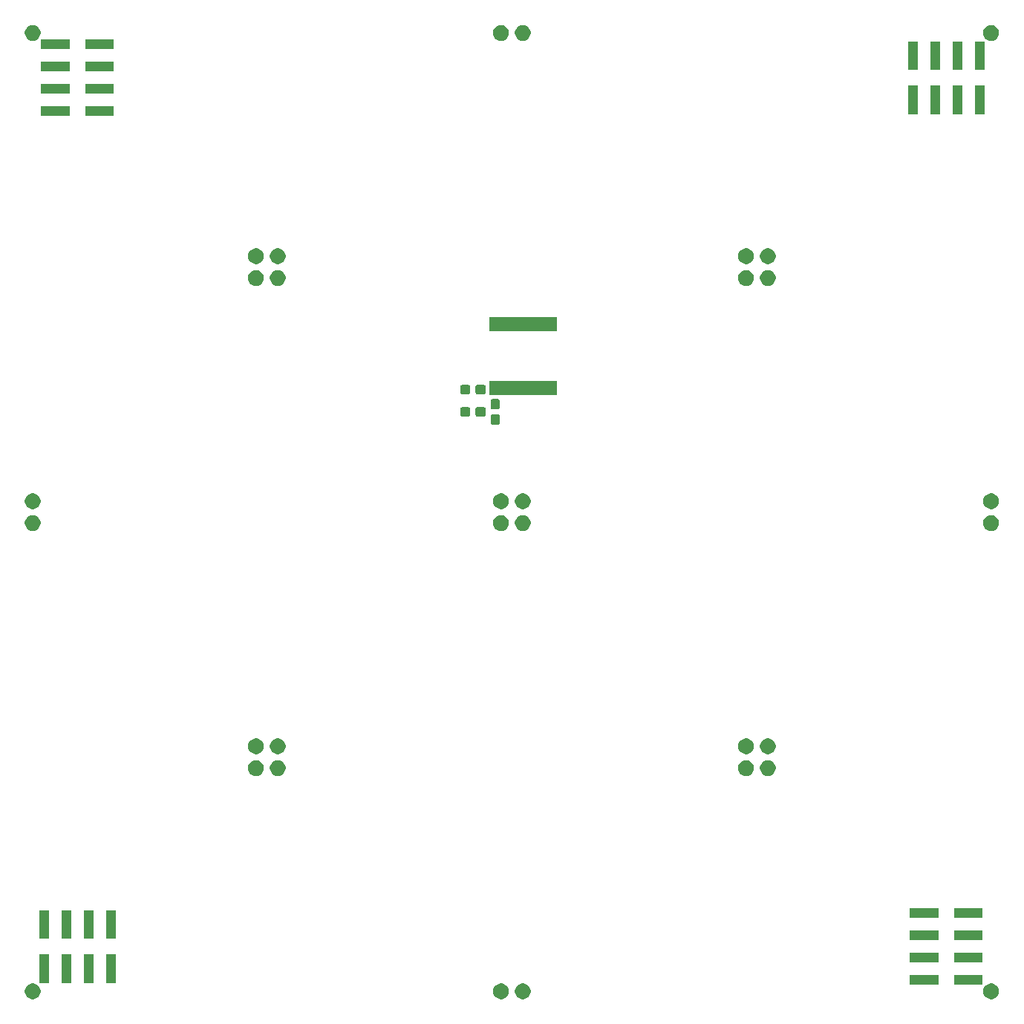
<source format=gbr>
G04 #@! TF.GenerationSoftware,KiCad,Pcbnew,(5.1.5)-3*
G04 #@! TF.CreationDate,2021-04-02T02:22:22+08:00*
G04 #@! TF.ProjectId,FilamentLEDWall,46696c61-6d65-46e7-944c-454457616c6c,rev?*
G04 #@! TF.SameCoordinates,Original*
G04 #@! TF.FileFunction,Soldermask,Bot*
G04 #@! TF.FilePolarity,Negative*
%FSLAX46Y46*%
G04 Gerber Fmt 4.6, Leading zero omitted, Abs format (unit mm)*
G04 Created by KiCad (PCBNEW (5.1.5)-3) date 2021-04-02 02:22:22*
%MOMM*%
%LPD*%
G04 APERTURE LIST*
%ADD10C,0.100000*%
G04 APERTURE END LIST*
D10*
G36*
X114220442Y-134842508D02*
G01*
X114384232Y-134910352D01*
X114531639Y-135008846D01*
X114656998Y-135134205D01*
X114755492Y-135281612D01*
X114823336Y-135445402D01*
X114857922Y-135619280D01*
X114857922Y-135796564D01*
X114823336Y-135970442D01*
X114755492Y-136134232D01*
X114656998Y-136281639D01*
X114531639Y-136406998D01*
X114384232Y-136505492D01*
X114384231Y-136505493D01*
X114384230Y-136505493D01*
X114220442Y-136573336D01*
X114046566Y-136607922D01*
X113869278Y-136607922D01*
X113695402Y-136573336D01*
X113531614Y-136505493D01*
X113531613Y-136505493D01*
X113531612Y-136505492D01*
X113384205Y-136406998D01*
X113258846Y-136281639D01*
X113160352Y-136134232D01*
X113092508Y-135970442D01*
X113057922Y-135796564D01*
X113057922Y-135619280D01*
X113092508Y-135445402D01*
X113160352Y-135281612D01*
X113258846Y-135134205D01*
X113384205Y-135008846D01*
X113531612Y-134910352D01*
X113695402Y-134842508D01*
X113869278Y-134807922D01*
X114046566Y-134807922D01*
X114220442Y-134842508D01*
G37*
G36*
X170100442Y-134842508D02*
G01*
X170264232Y-134910352D01*
X170411639Y-135008846D01*
X170536998Y-135134205D01*
X170635492Y-135281612D01*
X170703336Y-135445402D01*
X170737922Y-135619280D01*
X170737922Y-135796564D01*
X170703336Y-135970442D01*
X170635492Y-136134232D01*
X170536998Y-136281639D01*
X170411639Y-136406998D01*
X170264232Y-136505492D01*
X170264231Y-136505493D01*
X170264230Y-136505493D01*
X170100442Y-136573336D01*
X169926566Y-136607922D01*
X169749278Y-136607922D01*
X169575402Y-136573336D01*
X169411614Y-136505493D01*
X169411613Y-136505493D01*
X169411612Y-136505492D01*
X169264205Y-136406998D01*
X169138846Y-136281639D01*
X169040352Y-136134232D01*
X168972508Y-135970442D01*
X168937922Y-135796564D01*
X168937922Y-135619280D01*
X168972508Y-135445402D01*
X169040352Y-135281612D01*
X169138846Y-135134205D01*
X169264205Y-135008846D01*
X169411612Y-134910352D01*
X169575402Y-134842508D01*
X169749278Y-134807922D01*
X169926566Y-134807922D01*
X170100442Y-134842508D01*
G37*
G36*
X60824598Y-134842508D02*
G01*
X60988388Y-134910352D01*
X61135795Y-135008846D01*
X61261154Y-135134205D01*
X61359648Y-135281612D01*
X61427492Y-135445402D01*
X61462078Y-135619280D01*
X61462078Y-135796564D01*
X61427492Y-135970442D01*
X61359648Y-136134232D01*
X61261154Y-136281639D01*
X61135795Y-136406998D01*
X60988388Y-136505492D01*
X60988387Y-136505493D01*
X60988386Y-136505493D01*
X60824598Y-136573336D01*
X60650722Y-136607922D01*
X60473434Y-136607922D01*
X60299558Y-136573336D01*
X60135770Y-136505493D01*
X60135769Y-136505493D01*
X60135768Y-136505492D01*
X59988361Y-136406998D01*
X59863002Y-136281639D01*
X59764508Y-136134232D01*
X59696664Y-135970442D01*
X59662078Y-135796564D01*
X59662078Y-135619280D01*
X59696664Y-135445402D01*
X59764508Y-135281612D01*
X59863002Y-135134205D01*
X59988361Y-135008846D01*
X60135768Y-134910352D01*
X60299558Y-134842508D01*
X60473434Y-134807922D01*
X60650722Y-134807922D01*
X60824598Y-134842508D01*
G37*
G36*
X116704598Y-134842508D02*
G01*
X116868388Y-134910352D01*
X117015795Y-135008846D01*
X117141154Y-135134205D01*
X117239648Y-135281612D01*
X117307492Y-135445402D01*
X117342078Y-135619280D01*
X117342078Y-135796564D01*
X117307492Y-135970442D01*
X117239648Y-136134232D01*
X117141154Y-136281639D01*
X117015795Y-136406998D01*
X116868388Y-136505492D01*
X116868387Y-136505493D01*
X116868386Y-136505493D01*
X116704598Y-136573336D01*
X116530722Y-136607922D01*
X116353434Y-136607922D01*
X116179558Y-136573336D01*
X116015770Y-136505493D01*
X116015769Y-136505493D01*
X116015768Y-136505492D01*
X115868361Y-136406998D01*
X115743002Y-136281639D01*
X115644508Y-136134232D01*
X115576664Y-135970442D01*
X115542078Y-135796564D01*
X115542078Y-135619280D01*
X115576664Y-135445402D01*
X115644508Y-135281612D01*
X115743002Y-135134205D01*
X115868361Y-135008846D01*
X116015768Y-134910352D01*
X116179558Y-134842508D01*
X116353434Y-134807922D01*
X116530722Y-134807922D01*
X116704598Y-134842508D01*
G37*
G36*
X168880000Y-134960000D02*
G01*
X165630000Y-134960000D01*
X165630000Y-133860000D01*
X168880000Y-133860000D01*
X168880000Y-134960000D01*
G37*
G36*
X163830000Y-134960000D02*
G01*
X160580000Y-134960000D01*
X160580000Y-133860000D01*
X163830000Y-133860000D01*
X163830000Y-134960000D01*
G37*
G36*
X70030000Y-134750000D02*
G01*
X68930000Y-134750000D01*
X68930000Y-131500000D01*
X70030000Y-131500000D01*
X70030000Y-134750000D01*
G37*
G36*
X64950000Y-134750000D02*
G01*
X63850000Y-134750000D01*
X63850000Y-131500000D01*
X64950000Y-131500000D01*
X64950000Y-134750000D01*
G37*
G36*
X67490000Y-134750000D02*
G01*
X66390000Y-134750000D01*
X66390000Y-131500000D01*
X67490000Y-131500000D01*
X67490000Y-134750000D01*
G37*
G36*
X62410000Y-134750000D02*
G01*
X61310000Y-134750000D01*
X61310000Y-131500000D01*
X62410000Y-131500000D01*
X62410000Y-134750000D01*
G37*
G36*
X168880000Y-132420000D02*
G01*
X165630000Y-132420000D01*
X165630000Y-131320000D01*
X168880000Y-131320000D01*
X168880000Y-132420000D01*
G37*
G36*
X163830000Y-132420000D02*
G01*
X160580000Y-132420000D01*
X160580000Y-131320000D01*
X163830000Y-131320000D01*
X163830000Y-132420000D01*
G37*
G36*
X163830000Y-129880000D02*
G01*
X160580000Y-129880000D01*
X160580000Y-128780000D01*
X163830000Y-128780000D01*
X163830000Y-129880000D01*
G37*
G36*
X168880000Y-129880000D02*
G01*
X165630000Y-129880000D01*
X165630000Y-128780000D01*
X168880000Y-128780000D01*
X168880000Y-129880000D01*
G37*
G36*
X67490000Y-129700000D02*
G01*
X66390000Y-129700000D01*
X66390000Y-126450000D01*
X67490000Y-126450000D01*
X67490000Y-129700000D01*
G37*
G36*
X70030000Y-129700000D02*
G01*
X68930000Y-129700000D01*
X68930000Y-126450000D01*
X70030000Y-126450000D01*
X70030000Y-129700000D01*
G37*
G36*
X64950000Y-129700000D02*
G01*
X63850000Y-129700000D01*
X63850000Y-126450000D01*
X64950000Y-126450000D01*
X64950000Y-129700000D01*
G37*
G36*
X62410000Y-129700000D02*
G01*
X61310000Y-129700000D01*
X61310000Y-126450000D01*
X62410000Y-126450000D01*
X62410000Y-129700000D01*
G37*
G36*
X163830000Y-127340000D02*
G01*
X160580000Y-127340000D01*
X160580000Y-126240000D01*
X163830000Y-126240000D01*
X163830000Y-127340000D01*
G37*
G36*
X168880000Y-127340000D02*
G01*
X165630000Y-127340000D01*
X165630000Y-126240000D01*
X168880000Y-126240000D01*
X168880000Y-127340000D01*
G37*
G36*
X86280442Y-109386664D02*
G01*
X86444232Y-109454508D01*
X86591639Y-109553002D01*
X86716998Y-109678361D01*
X86815492Y-109825768D01*
X86883336Y-109989558D01*
X86917922Y-110163436D01*
X86917922Y-110340720D01*
X86883336Y-110514598D01*
X86815492Y-110678388D01*
X86716998Y-110825795D01*
X86591639Y-110951154D01*
X86444232Y-111049648D01*
X86444231Y-111049649D01*
X86444230Y-111049649D01*
X86280442Y-111117492D01*
X86106566Y-111152078D01*
X85929278Y-111152078D01*
X85755402Y-111117492D01*
X85591614Y-111049649D01*
X85591613Y-111049649D01*
X85591612Y-111049648D01*
X85444205Y-110951154D01*
X85318846Y-110825795D01*
X85220352Y-110678388D01*
X85152508Y-110514598D01*
X85117922Y-110340720D01*
X85117922Y-110163436D01*
X85152508Y-109989558D01*
X85220352Y-109825768D01*
X85318846Y-109678361D01*
X85444205Y-109553002D01*
X85591612Y-109454508D01*
X85755402Y-109386664D01*
X85929278Y-109352078D01*
X86106566Y-109352078D01*
X86280442Y-109386664D01*
G37*
G36*
X144644598Y-109386664D02*
G01*
X144808388Y-109454508D01*
X144955795Y-109553002D01*
X145081154Y-109678361D01*
X145179648Y-109825768D01*
X145247492Y-109989558D01*
X145282078Y-110163436D01*
X145282078Y-110340720D01*
X145247492Y-110514598D01*
X145179648Y-110678388D01*
X145081154Y-110825795D01*
X144955795Y-110951154D01*
X144808388Y-111049648D01*
X144808387Y-111049649D01*
X144808386Y-111049649D01*
X144644598Y-111117492D01*
X144470722Y-111152078D01*
X144293434Y-111152078D01*
X144119558Y-111117492D01*
X143955770Y-111049649D01*
X143955769Y-111049649D01*
X143955768Y-111049648D01*
X143808361Y-110951154D01*
X143683002Y-110825795D01*
X143584508Y-110678388D01*
X143516664Y-110514598D01*
X143482078Y-110340720D01*
X143482078Y-110163436D01*
X143516664Y-109989558D01*
X143584508Y-109825768D01*
X143683002Y-109678361D01*
X143808361Y-109553002D01*
X143955768Y-109454508D01*
X144119558Y-109386664D01*
X144293434Y-109352078D01*
X144470722Y-109352078D01*
X144644598Y-109386664D01*
G37*
G36*
X142160442Y-109386664D02*
G01*
X142324232Y-109454508D01*
X142471639Y-109553002D01*
X142596998Y-109678361D01*
X142695492Y-109825768D01*
X142763336Y-109989558D01*
X142797922Y-110163436D01*
X142797922Y-110340720D01*
X142763336Y-110514598D01*
X142695492Y-110678388D01*
X142596998Y-110825795D01*
X142471639Y-110951154D01*
X142324232Y-111049648D01*
X142324231Y-111049649D01*
X142324230Y-111049649D01*
X142160442Y-111117492D01*
X141986566Y-111152078D01*
X141809278Y-111152078D01*
X141635402Y-111117492D01*
X141471614Y-111049649D01*
X141471613Y-111049649D01*
X141471612Y-111049648D01*
X141324205Y-110951154D01*
X141198846Y-110825795D01*
X141100352Y-110678388D01*
X141032508Y-110514598D01*
X140997922Y-110340720D01*
X140997922Y-110163436D01*
X141032508Y-109989558D01*
X141100352Y-109825768D01*
X141198846Y-109678361D01*
X141324205Y-109553002D01*
X141471612Y-109454508D01*
X141635402Y-109386664D01*
X141809278Y-109352078D01*
X141986566Y-109352078D01*
X142160442Y-109386664D01*
G37*
G36*
X88764598Y-109386664D02*
G01*
X88928388Y-109454508D01*
X89075795Y-109553002D01*
X89201154Y-109678361D01*
X89299648Y-109825768D01*
X89367492Y-109989558D01*
X89402078Y-110163436D01*
X89402078Y-110340720D01*
X89367492Y-110514598D01*
X89299648Y-110678388D01*
X89201154Y-110825795D01*
X89075795Y-110951154D01*
X88928388Y-111049648D01*
X88928387Y-111049649D01*
X88928386Y-111049649D01*
X88764598Y-111117492D01*
X88590722Y-111152078D01*
X88413434Y-111152078D01*
X88239558Y-111117492D01*
X88075770Y-111049649D01*
X88075769Y-111049649D01*
X88075768Y-111049648D01*
X87928361Y-110951154D01*
X87803002Y-110825795D01*
X87704508Y-110678388D01*
X87636664Y-110514598D01*
X87602078Y-110340720D01*
X87602078Y-110163436D01*
X87636664Y-109989558D01*
X87704508Y-109825768D01*
X87803002Y-109678361D01*
X87928361Y-109553002D01*
X88075768Y-109454508D01*
X88239558Y-109386664D01*
X88413434Y-109352078D01*
X88590722Y-109352078D01*
X88764598Y-109386664D01*
G37*
G36*
X142160442Y-106902508D02*
G01*
X142324232Y-106970352D01*
X142471639Y-107068846D01*
X142596998Y-107194205D01*
X142695492Y-107341612D01*
X142763336Y-107505402D01*
X142797922Y-107679280D01*
X142797922Y-107856564D01*
X142763336Y-108030442D01*
X142695492Y-108194232D01*
X142596998Y-108341639D01*
X142471639Y-108466998D01*
X142324232Y-108565492D01*
X142324231Y-108565493D01*
X142324230Y-108565493D01*
X142160442Y-108633336D01*
X141986566Y-108667922D01*
X141809278Y-108667922D01*
X141635402Y-108633336D01*
X141471614Y-108565493D01*
X141471613Y-108565493D01*
X141471612Y-108565492D01*
X141324205Y-108466998D01*
X141198846Y-108341639D01*
X141100352Y-108194232D01*
X141032508Y-108030442D01*
X140997922Y-107856564D01*
X140997922Y-107679280D01*
X141032508Y-107505402D01*
X141100352Y-107341612D01*
X141198846Y-107194205D01*
X141324205Y-107068846D01*
X141471612Y-106970352D01*
X141635402Y-106902508D01*
X141809278Y-106867922D01*
X141986566Y-106867922D01*
X142160442Y-106902508D01*
G37*
G36*
X86280442Y-106902508D02*
G01*
X86444232Y-106970352D01*
X86591639Y-107068846D01*
X86716998Y-107194205D01*
X86815492Y-107341612D01*
X86883336Y-107505402D01*
X86917922Y-107679280D01*
X86917922Y-107856564D01*
X86883336Y-108030442D01*
X86815492Y-108194232D01*
X86716998Y-108341639D01*
X86591639Y-108466998D01*
X86444232Y-108565492D01*
X86444231Y-108565493D01*
X86444230Y-108565493D01*
X86280442Y-108633336D01*
X86106566Y-108667922D01*
X85929278Y-108667922D01*
X85755402Y-108633336D01*
X85591614Y-108565493D01*
X85591613Y-108565493D01*
X85591612Y-108565492D01*
X85444205Y-108466998D01*
X85318846Y-108341639D01*
X85220352Y-108194232D01*
X85152508Y-108030442D01*
X85117922Y-107856564D01*
X85117922Y-107679280D01*
X85152508Y-107505402D01*
X85220352Y-107341612D01*
X85318846Y-107194205D01*
X85444205Y-107068846D01*
X85591612Y-106970352D01*
X85755402Y-106902508D01*
X85929278Y-106867922D01*
X86106566Y-106867922D01*
X86280442Y-106902508D01*
G37*
G36*
X88764598Y-106902508D02*
G01*
X88928388Y-106970352D01*
X89075795Y-107068846D01*
X89201154Y-107194205D01*
X89299648Y-107341612D01*
X89367492Y-107505402D01*
X89402078Y-107679280D01*
X89402078Y-107856564D01*
X89367492Y-108030442D01*
X89299648Y-108194232D01*
X89201154Y-108341639D01*
X89075795Y-108466998D01*
X88928388Y-108565492D01*
X88928387Y-108565493D01*
X88928386Y-108565493D01*
X88764598Y-108633336D01*
X88590722Y-108667922D01*
X88413434Y-108667922D01*
X88239558Y-108633336D01*
X88075770Y-108565493D01*
X88075769Y-108565493D01*
X88075768Y-108565492D01*
X87928361Y-108466998D01*
X87803002Y-108341639D01*
X87704508Y-108194232D01*
X87636664Y-108030442D01*
X87602078Y-107856564D01*
X87602078Y-107679280D01*
X87636664Y-107505402D01*
X87704508Y-107341612D01*
X87803002Y-107194205D01*
X87928361Y-107068846D01*
X88075768Y-106970352D01*
X88239558Y-106902508D01*
X88413434Y-106867922D01*
X88590722Y-106867922D01*
X88764598Y-106902508D01*
G37*
G36*
X144644598Y-106902508D02*
G01*
X144808388Y-106970352D01*
X144955795Y-107068846D01*
X145081154Y-107194205D01*
X145179648Y-107341612D01*
X145247492Y-107505402D01*
X145282078Y-107679280D01*
X145282078Y-107856564D01*
X145247492Y-108030442D01*
X145179648Y-108194232D01*
X145081154Y-108341639D01*
X144955795Y-108466998D01*
X144808388Y-108565492D01*
X144808387Y-108565493D01*
X144808386Y-108565493D01*
X144644598Y-108633336D01*
X144470722Y-108667922D01*
X144293434Y-108667922D01*
X144119558Y-108633336D01*
X143955770Y-108565493D01*
X143955769Y-108565493D01*
X143955768Y-108565492D01*
X143808361Y-108466998D01*
X143683002Y-108341639D01*
X143584508Y-108194232D01*
X143516664Y-108030442D01*
X143482078Y-107856564D01*
X143482078Y-107679280D01*
X143516664Y-107505402D01*
X143584508Y-107341612D01*
X143683002Y-107194205D01*
X143808361Y-107068846D01*
X143955768Y-106970352D01*
X144119558Y-106902508D01*
X144293434Y-106867922D01*
X144470722Y-106867922D01*
X144644598Y-106902508D01*
G37*
G36*
X60824598Y-81446664D02*
G01*
X60988388Y-81514508D01*
X61135795Y-81613002D01*
X61261154Y-81738361D01*
X61359648Y-81885768D01*
X61427492Y-82049558D01*
X61462078Y-82223436D01*
X61462078Y-82400720D01*
X61427492Y-82574598D01*
X61359648Y-82738388D01*
X61261154Y-82885795D01*
X61135795Y-83011154D01*
X60988388Y-83109648D01*
X60988387Y-83109649D01*
X60988386Y-83109649D01*
X60824598Y-83177492D01*
X60650722Y-83212078D01*
X60473434Y-83212078D01*
X60299558Y-83177492D01*
X60135770Y-83109649D01*
X60135769Y-83109649D01*
X60135768Y-83109648D01*
X59988361Y-83011154D01*
X59863002Y-82885795D01*
X59764508Y-82738388D01*
X59696664Y-82574598D01*
X59662078Y-82400720D01*
X59662078Y-82223436D01*
X59696664Y-82049558D01*
X59764508Y-81885768D01*
X59863002Y-81738361D01*
X59988361Y-81613002D01*
X60135768Y-81514508D01*
X60299558Y-81446664D01*
X60473434Y-81412078D01*
X60650722Y-81412078D01*
X60824598Y-81446664D01*
G37*
G36*
X170100442Y-81446664D02*
G01*
X170264232Y-81514508D01*
X170411639Y-81613002D01*
X170536998Y-81738361D01*
X170635492Y-81885768D01*
X170703336Y-82049558D01*
X170737922Y-82223436D01*
X170737922Y-82400720D01*
X170703336Y-82574598D01*
X170635492Y-82738388D01*
X170536998Y-82885795D01*
X170411639Y-83011154D01*
X170264232Y-83109648D01*
X170264231Y-83109649D01*
X170264230Y-83109649D01*
X170100442Y-83177492D01*
X169926566Y-83212078D01*
X169749278Y-83212078D01*
X169575402Y-83177492D01*
X169411614Y-83109649D01*
X169411613Y-83109649D01*
X169411612Y-83109648D01*
X169264205Y-83011154D01*
X169138846Y-82885795D01*
X169040352Y-82738388D01*
X168972508Y-82574598D01*
X168937922Y-82400720D01*
X168937922Y-82223436D01*
X168972508Y-82049558D01*
X169040352Y-81885768D01*
X169138846Y-81738361D01*
X169264205Y-81613002D01*
X169411612Y-81514508D01*
X169575402Y-81446664D01*
X169749278Y-81412078D01*
X169926566Y-81412078D01*
X170100442Y-81446664D01*
G37*
G36*
X116704598Y-81446664D02*
G01*
X116868388Y-81514508D01*
X117015795Y-81613002D01*
X117141154Y-81738361D01*
X117239648Y-81885768D01*
X117307492Y-82049558D01*
X117342078Y-82223436D01*
X117342078Y-82400720D01*
X117307492Y-82574598D01*
X117239648Y-82738388D01*
X117141154Y-82885795D01*
X117015795Y-83011154D01*
X116868388Y-83109648D01*
X116868387Y-83109649D01*
X116868386Y-83109649D01*
X116704598Y-83177492D01*
X116530722Y-83212078D01*
X116353434Y-83212078D01*
X116179558Y-83177492D01*
X116015770Y-83109649D01*
X116015769Y-83109649D01*
X116015768Y-83109648D01*
X115868361Y-83011154D01*
X115743002Y-82885795D01*
X115644508Y-82738388D01*
X115576664Y-82574598D01*
X115542078Y-82400720D01*
X115542078Y-82223436D01*
X115576664Y-82049558D01*
X115644508Y-81885768D01*
X115743002Y-81738361D01*
X115868361Y-81613002D01*
X116015768Y-81514508D01*
X116179558Y-81446664D01*
X116353434Y-81412078D01*
X116530722Y-81412078D01*
X116704598Y-81446664D01*
G37*
G36*
X114220442Y-81446664D02*
G01*
X114384232Y-81514508D01*
X114531639Y-81613002D01*
X114656998Y-81738361D01*
X114755492Y-81885768D01*
X114823336Y-82049558D01*
X114857922Y-82223436D01*
X114857922Y-82400720D01*
X114823336Y-82574598D01*
X114755492Y-82738388D01*
X114656998Y-82885795D01*
X114531639Y-83011154D01*
X114384232Y-83109648D01*
X114384231Y-83109649D01*
X114384230Y-83109649D01*
X114220442Y-83177492D01*
X114046566Y-83212078D01*
X113869278Y-83212078D01*
X113695402Y-83177492D01*
X113531614Y-83109649D01*
X113531613Y-83109649D01*
X113531612Y-83109648D01*
X113384205Y-83011154D01*
X113258846Y-82885795D01*
X113160352Y-82738388D01*
X113092508Y-82574598D01*
X113057922Y-82400720D01*
X113057922Y-82223436D01*
X113092508Y-82049558D01*
X113160352Y-81885768D01*
X113258846Y-81738361D01*
X113384205Y-81613002D01*
X113531612Y-81514508D01*
X113695402Y-81446664D01*
X113869278Y-81412078D01*
X114046566Y-81412078D01*
X114220442Y-81446664D01*
G37*
G36*
X170100442Y-78962508D02*
G01*
X170264232Y-79030352D01*
X170411639Y-79128846D01*
X170536998Y-79254205D01*
X170635492Y-79401612D01*
X170703336Y-79565402D01*
X170737922Y-79739280D01*
X170737922Y-79916564D01*
X170703336Y-80090442D01*
X170635492Y-80254232D01*
X170536998Y-80401639D01*
X170411639Y-80526998D01*
X170264232Y-80625492D01*
X170264231Y-80625493D01*
X170264230Y-80625493D01*
X170100442Y-80693336D01*
X169926566Y-80727922D01*
X169749278Y-80727922D01*
X169575402Y-80693336D01*
X169411614Y-80625493D01*
X169411613Y-80625493D01*
X169411612Y-80625492D01*
X169264205Y-80526998D01*
X169138846Y-80401639D01*
X169040352Y-80254232D01*
X168972508Y-80090442D01*
X168937922Y-79916564D01*
X168937922Y-79739280D01*
X168972508Y-79565402D01*
X169040352Y-79401612D01*
X169138846Y-79254205D01*
X169264205Y-79128846D01*
X169411612Y-79030352D01*
X169575402Y-78962508D01*
X169749278Y-78927922D01*
X169926566Y-78927922D01*
X170100442Y-78962508D01*
G37*
G36*
X116704598Y-78962508D02*
G01*
X116868388Y-79030352D01*
X117015795Y-79128846D01*
X117141154Y-79254205D01*
X117239648Y-79401612D01*
X117307492Y-79565402D01*
X117342078Y-79739280D01*
X117342078Y-79916564D01*
X117307492Y-80090442D01*
X117239648Y-80254232D01*
X117141154Y-80401639D01*
X117015795Y-80526998D01*
X116868388Y-80625492D01*
X116868387Y-80625493D01*
X116868386Y-80625493D01*
X116704598Y-80693336D01*
X116530722Y-80727922D01*
X116353434Y-80727922D01*
X116179558Y-80693336D01*
X116015770Y-80625493D01*
X116015769Y-80625493D01*
X116015768Y-80625492D01*
X115868361Y-80526998D01*
X115743002Y-80401639D01*
X115644508Y-80254232D01*
X115576664Y-80090442D01*
X115542078Y-79916564D01*
X115542078Y-79739280D01*
X115576664Y-79565402D01*
X115644508Y-79401612D01*
X115743002Y-79254205D01*
X115868361Y-79128846D01*
X116015768Y-79030352D01*
X116179558Y-78962508D01*
X116353434Y-78927922D01*
X116530722Y-78927922D01*
X116704598Y-78962508D01*
G37*
G36*
X114220442Y-78962508D02*
G01*
X114384232Y-79030352D01*
X114531639Y-79128846D01*
X114656998Y-79254205D01*
X114755492Y-79401612D01*
X114823336Y-79565402D01*
X114857922Y-79739280D01*
X114857922Y-79916564D01*
X114823336Y-80090442D01*
X114755492Y-80254232D01*
X114656998Y-80401639D01*
X114531639Y-80526998D01*
X114384232Y-80625492D01*
X114384231Y-80625493D01*
X114384230Y-80625493D01*
X114220442Y-80693336D01*
X114046566Y-80727922D01*
X113869278Y-80727922D01*
X113695402Y-80693336D01*
X113531614Y-80625493D01*
X113531613Y-80625493D01*
X113531612Y-80625492D01*
X113384205Y-80526998D01*
X113258846Y-80401639D01*
X113160352Y-80254232D01*
X113092508Y-80090442D01*
X113057922Y-79916564D01*
X113057922Y-79739280D01*
X113092508Y-79565402D01*
X113160352Y-79401612D01*
X113258846Y-79254205D01*
X113384205Y-79128846D01*
X113531612Y-79030352D01*
X113695402Y-78962508D01*
X113869278Y-78927922D01*
X114046566Y-78927922D01*
X114220442Y-78962508D01*
G37*
G36*
X60824598Y-78962508D02*
G01*
X60988388Y-79030352D01*
X61135795Y-79128846D01*
X61261154Y-79254205D01*
X61359648Y-79401612D01*
X61427492Y-79565402D01*
X61462078Y-79739280D01*
X61462078Y-79916564D01*
X61427492Y-80090442D01*
X61359648Y-80254232D01*
X61261154Y-80401639D01*
X61135795Y-80526998D01*
X60988388Y-80625492D01*
X60988387Y-80625493D01*
X60988386Y-80625493D01*
X60824598Y-80693336D01*
X60650722Y-80727922D01*
X60473434Y-80727922D01*
X60299558Y-80693336D01*
X60135770Y-80625493D01*
X60135769Y-80625493D01*
X60135768Y-80625492D01*
X59988361Y-80526998D01*
X59863002Y-80401639D01*
X59764508Y-80254232D01*
X59696664Y-80090442D01*
X59662078Y-79916564D01*
X59662078Y-79739280D01*
X59696664Y-79565402D01*
X59764508Y-79401612D01*
X59863002Y-79254205D01*
X59988361Y-79128846D01*
X60135768Y-79030352D01*
X60299558Y-78962508D01*
X60473434Y-78927922D01*
X60650722Y-78927922D01*
X60824598Y-78962508D01*
G37*
G36*
X113658898Y-69944436D02*
G01*
X113696309Y-69955784D01*
X113730777Y-69974208D01*
X113760994Y-69999006D01*
X113785792Y-70029223D01*
X113804216Y-70063691D01*
X113815564Y-70101102D01*
X113820000Y-70146141D01*
X113820000Y-70883859D01*
X113815564Y-70928898D01*
X113804216Y-70966309D01*
X113785792Y-71000777D01*
X113760994Y-71030994D01*
X113730777Y-71055792D01*
X113696309Y-71074216D01*
X113658898Y-71085564D01*
X113613859Y-71090000D01*
X112976141Y-71090000D01*
X112931102Y-71085564D01*
X112893691Y-71074216D01*
X112859223Y-71055792D01*
X112829006Y-71030994D01*
X112804208Y-71000777D01*
X112785784Y-70966309D01*
X112774436Y-70928898D01*
X112770000Y-70883859D01*
X112770000Y-70146141D01*
X112774436Y-70101102D01*
X112785784Y-70063691D01*
X112804208Y-70029223D01*
X112829006Y-69999006D01*
X112859223Y-69974208D01*
X112893691Y-69955784D01*
X112931102Y-69944436D01*
X112976141Y-69940000D01*
X113613859Y-69940000D01*
X113658898Y-69944436D01*
G37*
G36*
X112043898Y-69119436D02*
G01*
X112081309Y-69130784D01*
X112115777Y-69149208D01*
X112145994Y-69174006D01*
X112170792Y-69204223D01*
X112189216Y-69238691D01*
X112200564Y-69276102D01*
X112205000Y-69321141D01*
X112205000Y-69958859D01*
X112200564Y-70003898D01*
X112189216Y-70041309D01*
X112170792Y-70075777D01*
X112145994Y-70105994D01*
X112115777Y-70130792D01*
X112081309Y-70149216D01*
X112043898Y-70160564D01*
X111998859Y-70165000D01*
X111261141Y-70165000D01*
X111216102Y-70160564D01*
X111178691Y-70149216D01*
X111144223Y-70130792D01*
X111114006Y-70105994D01*
X111089208Y-70075777D01*
X111070784Y-70041309D01*
X111059436Y-70003898D01*
X111055000Y-69958859D01*
X111055000Y-69321141D01*
X111059436Y-69276102D01*
X111070784Y-69238691D01*
X111089208Y-69204223D01*
X111114006Y-69174006D01*
X111144223Y-69149208D01*
X111178691Y-69130784D01*
X111216102Y-69119436D01*
X111261141Y-69115000D01*
X111998859Y-69115000D01*
X112043898Y-69119436D01*
G37*
G36*
X110293898Y-69119436D02*
G01*
X110331309Y-69130784D01*
X110365777Y-69149208D01*
X110395994Y-69174006D01*
X110420792Y-69204223D01*
X110439216Y-69238691D01*
X110450564Y-69276102D01*
X110455000Y-69321141D01*
X110455000Y-69958859D01*
X110450564Y-70003898D01*
X110439216Y-70041309D01*
X110420792Y-70075777D01*
X110395994Y-70105994D01*
X110365777Y-70130792D01*
X110331309Y-70149216D01*
X110293898Y-70160564D01*
X110248859Y-70165000D01*
X109511141Y-70165000D01*
X109466102Y-70160564D01*
X109428691Y-70149216D01*
X109394223Y-70130792D01*
X109364006Y-70105994D01*
X109339208Y-70075777D01*
X109320784Y-70041309D01*
X109309436Y-70003898D01*
X109305000Y-69958859D01*
X109305000Y-69321141D01*
X109309436Y-69276102D01*
X109320784Y-69238691D01*
X109339208Y-69204223D01*
X109364006Y-69174006D01*
X109394223Y-69149208D01*
X109428691Y-69130784D01*
X109466102Y-69119436D01*
X109511141Y-69115000D01*
X110248859Y-69115000D01*
X110293898Y-69119436D01*
G37*
G36*
X113658898Y-68194436D02*
G01*
X113696309Y-68205784D01*
X113730777Y-68224208D01*
X113760994Y-68249006D01*
X113785792Y-68279223D01*
X113804216Y-68313691D01*
X113815564Y-68351102D01*
X113820000Y-68396141D01*
X113820000Y-69133859D01*
X113815564Y-69178898D01*
X113804216Y-69216309D01*
X113785792Y-69250777D01*
X113760994Y-69280994D01*
X113730777Y-69305792D01*
X113696309Y-69324216D01*
X113658898Y-69335564D01*
X113613859Y-69340000D01*
X112976141Y-69340000D01*
X112931102Y-69335564D01*
X112893691Y-69324216D01*
X112859223Y-69305792D01*
X112829006Y-69280994D01*
X112804208Y-69250777D01*
X112785784Y-69216309D01*
X112774436Y-69178898D01*
X112770000Y-69133859D01*
X112770000Y-68396141D01*
X112774436Y-68351102D01*
X112785784Y-68313691D01*
X112804208Y-68279223D01*
X112829006Y-68249006D01*
X112859223Y-68224208D01*
X112893691Y-68205784D01*
X112931102Y-68194436D01*
X112976141Y-68190000D01*
X113613859Y-68190000D01*
X113658898Y-68194436D01*
G37*
G36*
X120319370Y-67745160D02*
G01*
X112620630Y-67745160D01*
X112620630Y-66144960D01*
X120319370Y-66144960D01*
X120319370Y-67745160D01*
G37*
G36*
X112043898Y-66579436D02*
G01*
X112081309Y-66590784D01*
X112115777Y-66609208D01*
X112145994Y-66634006D01*
X112170792Y-66664223D01*
X112189216Y-66698691D01*
X112200564Y-66736102D01*
X112205000Y-66781141D01*
X112205000Y-67418859D01*
X112200564Y-67463898D01*
X112189216Y-67501309D01*
X112170792Y-67535777D01*
X112145994Y-67565994D01*
X112115777Y-67590792D01*
X112081309Y-67609216D01*
X112043898Y-67620564D01*
X111998859Y-67625000D01*
X111261141Y-67625000D01*
X111216102Y-67620564D01*
X111178691Y-67609216D01*
X111144223Y-67590792D01*
X111114006Y-67565994D01*
X111089208Y-67535777D01*
X111070784Y-67501309D01*
X111059436Y-67463898D01*
X111055000Y-67418859D01*
X111055000Y-66781141D01*
X111059436Y-66736102D01*
X111070784Y-66698691D01*
X111089208Y-66664223D01*
X111114006Y-66634006D01*
X111144223Y-66609208D01*
X111178691Y-66590784D01*
X111216102Y-66579436D01*
X111261141Y-66575000D01*
X111998859Y-66575000D01*
X112043898Y-66579436D01*
G37*
G36*
X110293898Y-66579436D02*
G01*
X110331309Y-66590784D01*
X110365777Y-66609208D01*
X110395994Y-66634006D01*
X110420792Y-66664223D01*
X110439216Y-66698691D01*
X110450564Y-66736102D01*
X110455000Y-66781141D01*
X110455000Y-67418859D01*
X110450564Y-67463898D01*
X110439216Y-67501309D01*
X110420792Y-67535777D01*
X110395994Y-67565994D01*
X110365777Y-67590792D01*
X110331309Y-67609216D01*
X110293898Y-67620564D01*
X110248859Y-67625000D01*
X109511141Y-67625000D01*
X109466102Y-67620564D01*
X109428691Y-67609216D01*
X109394223Y-67590792D01*
X109364006Y-67565994D01*
X109339208Y-67535777D01*
X109320784Y-67501309D01*
X109309436Y-67463898D01*
X109305000Y-67418859D01*
X109305000Y-66781141D01*
X109309436Y-66736102D01*
X109320784Y-66698691D01*
X109339208Y-66664223D01*
X109364006Y-66634006D01*
X109394223Y-66609208D01*
X109428691Y-66590784D01*
X109466102Y-66579436D01*
X109511141Y-66575000D01*
X110248859Y-66575000D01*
X110293898Y-66579436D01*
G37*
G36*
X120319370Y-60435040D02*
G01*
X112620630Y-60435040D01*
X112620630Y-58834840D01*
X120319370Y-58834840D01*
X120319370Y-60435040D01*
G37*
G36*
X144644598Y-53506664D02*
G01*
X144808388Y-53574508D01*
X144955795Y-53673002D01*
X145081154Y-53798361D01*
X145179648Y-53945768D01*
X145247492Y-54109558D01*
X145282078Y-54283436D01*
X145282078Y-54460720D01*
X145247492Y-54634598D01*
X145179648Y-54798388D01*
X145081154Y-54945795D01*
X144955795Y-55071154D01*
X144808388Y-55169648D01*
X144808387Y-55169649D01*
X144808386Y-55169649D01*
X144644598Y-55237492D01*
X144470722Y-55272078D01*
X144293434Y-55272078D01*
X144119558Y-55237492D01*
X143955770Y-55169649D01*
X143955769Y-55169649D01*
X143955768Y-55169648D01*
X143808361Y-55071154D01*
X143683002Y-54945795D01*
X143584508Y-54798388D01*
X143516664Y-54634598D01*
X143482078Y-54460720D01*
X143482078Y-54283436D01*
X143516664Y-54109558D01*
X143584508Y-53945768D01*
X143683002Y-53798361D01*
X143808361Y-53673002D01*
X143955768Y-53574508D01*
X144119558Y-53506664D01*
X144293434Y-53472078D01*
X144470722Y-53472078D01*
X144644598Y-53506664D01*
G37*
G36*
X86280442Y-53506664D02*
G01*
X86444232Y-53574508D01*
X86591639Y-53673002D01*
X86716998Y-53798361D01*
X86815492Y-53945768D01*
X86883336Y-54109558D01*
X86917922Y-54283436D01*
X86917922Y-54460720D01*
X86883336Y-54634598D01*
X86815492Y-54798388D01*
X86716998Y-54945795D01*
X86591639Y-55071154D01*
X86444232Y-55169648D01*
X86444231Y-55169649D01*
X86444230Y-55169649D01*
X86280442Y-55237492D01*
X86106566Y-55272078D01*
X85929278Y-55272078D01*
X85755402Y-55237492D01*
X85591614Y-55169649D01*
X85591613Y-55169649D01*
X85591612Y-55169648D01*
X85444205Y-55071154D01*
X85318846Y-54945795D01*
X85220352Y-54798388D01*
X85152508Y-54634598D01*
X85117922Y-54460720D01*
X85117922Y-54283436D01*
X85152508Y-54109558D01*
X85220352Y-53945768D01*
X85318846Y-53798361D01*
X85444205Y-53673002D01*
X85591612Y-53574508D01*
X85755402Y-53506664D01*
X85929278Y-53472078D01*
X86106566Y-53472078D01*
X86280442Y-53506664D01*
G37*
G36*
X142160442Y-53506664D02*
G01*
X142324232Y-53574508D01*
X142471639Y-53673002D01*
X142596998Y-53798361D01*
X142695492Y-53945768D01*
X142763336Y-54109558D01*
X142797922Y-54283436D01*
X142797922Y-54460720D01*
X142763336Y-54634598D01*
X142695492Y-54798388D01*
X142596998Y-54945795D01*
X142471639Y-55071154D01*
X142324232Y-55169648D01*
X142324231Y-55169649D01*
X142324230Y-55169649D01*
X142160442Y-55237492D01*
X141986566Y-55272078D01*
X141809278Y-55272078D01*
X141635402Y-55237492D01*
X141471614Y-55169649D01*
X141471613Y-55169649D01*
X141471612Y-55169648D01*
X141324205Y-55071154D01*
X141198846Y-54945795D01*
X141100352Y-54798388D01*
X141032508Y-54634598D01*
X140997922Y-54460720D01*
X140997922Y-54283436D01*
X141032508Y-54109558D01*
X141100352Y-53945768D01*
X141198846Y-53798361D01*
X141324205Y-53673002D01*
X141471612Y-53574508D01*
X141635402Y-53506664D01*
X141809278Y-53472078D01*
X141986566Y-53472078D01*
X142160442Y-53506664D01*
G37*
G36*
X88764598Y-53506664D02*
G01*
X88928388Y-53574508D01*
X89075795Y-53673002D01*
X89201154Y-53798361D01*
X89299648Y-53945768D01*
X89367492Y-54109558D01*
X89402078Y-54283436D01*
X89402078Y-54460720D01*
X89367492Y-54634598D01*
X89299648Y-54798388D01*
X89201154Y-54945795D01*
X89075795Y-55071154D01*
X88928388Y-55169648D01*
X88928387Y-55169649D01*
X88928386Y-55169649D01*
X88764598Y-55237492D01*
X88590722Y-55272078D01*
X88413434Y-55272078D01*
X88239558Y-55237492D01*
X88075770Y-55169649D01*
X88075769Y-55169649D01*
X88075768Y-55169648D01*
X87928361Y-55071154D01*
X87803002Y-54945795D01*
X87704508Y-54798388D01*
X87636664Y-54634598D01*
X87602078Y-54460720D01*
X87602078Y-54283436D01*
X87636664Y-54109558D01*
X87704508Y-53945768D01*
X87803002Y-53798361D01*
X87928361Y-53673002D01*
X88075768Y-53574508D01*
X88239558Y-53506664D01*
X88413434Y-53472078D01*
X88590722Y-53472078D01*
X88764598Y-53506664D01*
G37*
G36*
X142160442Y-51022508D02*
G01*
X142324232Y-51090352D01*
X142471639Y-51188846D01*
X142596998Y-51314205D01*
X142695492Y-51461612D01*
X142763336Y-51625402D01*
X142797922Y-51799280D01*
X142797922Y-51976564D01*
X142763336Y-52150442D01*
X142695492Y-52314232D01*
X142596998Y-52461639D01*
X142471639Y-52586998D01*
X142324232Y-52685492D01*
X142324231Y-52685493D01*
X142324230Y-52685493D01*
X142160442Y-52753336D01*
X141986566Y-52787922D01*
X141809278Y-52787922D01*
X141635402Y-52753336D01*
X141471614Y-52685493D01*
X141471613Y-52685493D01*
X141471612Y-52685492D01*
X141324205Y-52586998D01*
X141198846Y-52461639D01*
X141100352Y-52314232D01*
X141032508Y-52150442D01*
X140997922Y-51976564D01*
X140997922Y-51799280D01*
X141032508Y-51625402D01*
X141100352Y-51461612D01*
X141198846Y-51314205D01*
X141324205Y-51188846D01*
X141471612Y-51090352D01*
X141635402Y-51022508D01*
X141809278Y-50987922D01*
X141986566Y-50987922D01*
X142160442Y-51022508D01*
G37*
G36*
X144644598Y-51022508D02*
G01*
X144808388Y-51090352D01*
X144955795Y-51188846D01*
X145081154Y-51314205D01*
X145179648Y-51461612D01*
X145247492Y-51625402D01*
X145282078Y-51799280D01*
X145282078Y-51976564D01*
X145247492Y-52150442D01*
X145179648Y-52314232D01*
X145081154Y-52461639D01*
X144955795Y-52586998D01*
X144808388Y-52685492D01*
X144808387Y-52685493D01*
X144808386Y-52685493D01*
X144644598Y-52753336D01*
X144470722Y-52787922D01*
X144293434Y-52787922D01*
X144119558Y-52753336D01*
X143955770Y-52685493D01*
X143955769Y-52685493D01*
X143955768Y-52685492D01*
X143808361Y-52586998D01*
X143683002Y-52461639D01*
X143584508Y-52314232D01*
X143516664Y-52150442D01*
X143482078Y-51976564D01*
X143482078Y-51799280D01*
X143516664Y-51625402D01*
X143584508Y-51461612D01*
X143683002Y-51314205D01*
X143808361Y-51188846D01*
X143955768Y-51090352D01*
X144119558Y-51022508D01*
X144293434Y-50987922D01*
X144470722Y-50987922D01*
X144644598Y-51022508D01*
G37*
G36*
X86280442Y-51022508D02*
G01*
X86444232Y-51090352D01*
X86591639Y-51188846D01*
X86716998Y-51314205D01*
X86815492Y-51461612D01*
X86883336Y-51625402D01*
X86917922Y-51799280D01*
X86917922Y-51976564D01*
X86883336Y-52150442D01*
X86815492Y-52314232D01*
X86716998Y-52461639D01*
X86591639Y-52586998D01*
X86444232Y-52685492D01*
X86444231Y-52685493D01*
X86444230Y-52685493D01*
X86280442Y-52753336D01*
X86106566Y-52787922D01*
X85929278Y-52787922D01*
X85755402Y-52753336D01*
X85591614Y-52685493D01*
X85591613Y-52685493D01*
X85591612Y-52685492D01*
X85444205Y-52586998D01*
X85318846Y-52461639D01*
X85220352Y-52314232D01*
X85152508Y-52150442D01*
X85117922Y-51976564D01*
X85117922Y-51799280D01*
X85152508Y-51625402D01*
X85220352Y-51461612D01*
X85318846Y-51314205D01*
X85444205Y-51188846D01*
X85591612Y-51090352D01*
X85755402Y-51022508D01*
X85929278Y-50987922D01*
X86106566Y-50987922D01*
X86280442Y-51022508D01*
G37*
G36*
X88764598Y-51022508D02*
G01*
X88928388Y-51090352D01*
X89075795Y-51188846D01*
X89201154Y-51314205D01*
X89299648Y-51461612D01*
X89367492Y-51625402D01*
X89402078Y-51799280D01*
X89402078Y-51976564D01*
X89367492Y-52150442D01*
X89299648Y-52314232D01*
X89201154Y-52461639D01*
X89075795Y-52586998D01*
X88928388Y-52685492D01*
X88928387Y-52685493D01*
X88928386Y-52685493D01*
X88764598Y-52753336D01*
X88590722Y-52787922D01*
X88413434Y-52787922D01*
X88239558Y-52753336D01*
X88075770Y-52685493D01*
X88075769Y-52685493D01*
X88075768Y-52685492D01*
X87928361Y-52586998D01*
X87803002Y-52461639D01*
X87704508Y-52314232D01*
X87636664Y-52150442D01*
X87602078Y-51976564D01*
X87602078Y-51799280D01*
X87636664Y-51625402D01*
X87704508Y-51461612D01*
X87803002Y-51314205D01*
X87928361Y-51188846D01*
X88075768Y-51090352D01*
X88239558Y-51022508D01*
X88413434Y-50987922D01*
X88590722Y-50987922D01*
X88764598Y-51022508D01*
G37*
G36*
X69820000Y-35900000D02*
G01*
X66570000Y-35900000D01*
X66570000Y-34800000D01*
X69820000Y-34800000D01*
X69820000Y-35900000D01*
G37*
G36*
X64770000Y-35900000D02*
G01*
X61520000Y-35900000D01*
X61520000Y-34800000D01*
X64770000Y-34800000D01*
X64770000Y-35900000D01*
G37*
G36*
X169090000Y-35690000D02*
G01*
X167990000Y-35690000D01*
X167990000Y-32440000D01*
X169090000Y-32440000D01*
X169090000Y-35690000D01*
G37*
G36*
X161470000Y-35690000D02*
G01*
X160370000Y-35690000D01*
X160370000Y-32440000D01*
X161470000Y-32440000D01*
X161470000Y-35690000D01*
G37*
G36*
X164010000Y-35690000D02*
G01*
X162910000Y-35690000D01*
X162910000Y-32440000D01*
X164010000Y-32440000D01*
X164010000Y-35690000D01*
G37*
G36*
X166550000Y-35690000D02*
G01*
X165450000Y-35690000D01*
X165450000Y-32440000D01*
X166550000Y-32440000D01*
X166550000Y-35690000D01*
G37*
G36*
X64770000Y-33360000D02*
G01*
X61520000Y-33360000D01*
X61520000Y-32260000D01*
X64770000Y-32260000D01*
X64770000Y-33360000D01*
G37*
G36*
X69820000Y-33360000D02*
G01*
X66570000Y-33360000D01*
X66570000Y-32260000D01*
X69820000Y-32260000D01*
X69820000Y-33360000D01*
G37*
G36*
X69820000Y-30820000D02*
G01*
X66570000Y-30820000D01*
X66570000Y-29720000D01*
X69820000Y-29720000D01*
X69820000Y-30820000D01*
G37*
G36*
X64770000Y-30820000D02*
G01*
X61520000Y-30820000D01*
X61520000Y-29720000D01*
X64770000Y-29720000D01*
X64770000Y-30820000D01*
G37*
G36*
X169090000Y-30640000D02*
G01*
X167990000Y-30640000D01*
X167990000Y-27390000D01*
X169090000Y-27390000D01*
X169090000Y-30640000D01*
G37*
G36*
X166550000Y-30640000D02*
G01*
X165450000Y-30640000D01*
X165450000Y-27390000D01*
X166550000Y-27390000D01*
X166550000Y-30640000D01*
G37*
G36*
X164010000Y-30640000D02*
G01*
X162910000Y-30640000D01*
X162910000Y-27390000D01*
X164010000Y-27390000D01*
X164010000Y-30640000D01*
G37*
G36*
X161470000Y-30640000D02*
G01*
X160370000Y-30640000D01*
X160370000Y-27390000D01*
X161470000Y-27390000D01*
X161470000Y-30640000D01*
G37*
G36*
X69820000Y-28280000D02*
G01*
X66570000Y-28280000D01*
X66570000Y-27180000D01*
X69820000Y-27180000D01*
X69820000Y-28280000D01*
G37*
G36*
X64770000Y-28280000D02*
G01*
X61520000Y-28280000D01*
X61520000Y-27180000D01*
X64770000Y-27180000D01*
X64770000Y-28280000D01*
G37*
G36*
X116704598Y-25566664D02*
G01*
X116868388Y-25634508D01*
X117015795Y-25733002D01*
X117141154Y-25858361D01*
X117239648Y-26005768D01*
X117307492Y-26169558D01*
X117342078Y-26343436D01*
X117342078Y-26520720D01*
X117307492Y-26694598D01*
X117239648Y-26858388D01*
X117141154Y-27005795D01*
X117015795Y-27131154D01*
X116868388Y-27229648D01*
X116868387Y-27229649D01*
X116868386Y-27229649D01*
X116704598Y-27297492D01*
X116530722Y-27332078D01*
X116353434Y-27332078D01*
X116179558Y-27297492D01*
X116015770Y-27229649D01*
X116015769Y-27229649D01*
X116015768Y-27229648D01*
X115868361Y-27131154D01*
X115743002Y-27005795D01*
X115644508Y-26858388D01*
X115576664Y-26694598D01*
X115542078Y-26520720D01*
X115542078Y-26343436D01*
X115576664Y-26169558D01*
X115644508Y-26005768D01*
X115743002Y-25858361D01*
X115868361Y-25733002D01*
X116015768Y-25634508D01*
X116179558Y-25566664D01*
X116353434Y-25532078D01*
X116530722Y-25532078D01*
X116704598Y-25566664D01*
G37*
G36*
X114220442Y-25566664D02*
G01*
X114384232Y-25634508D01*
X114531639Y-25733002D01*
X114656998Y-25858361D01*
X114755492Y-26005768D01*
X114823336Y-26169558D01*
X114857922Y-26343436D01*
X114857922Y-26520720D01*
X114823336Y-26694598D01*
X114755492Y-26858388D01*
X114656998Y-27005795D01*
X114531639Y-27131154D01*
X114384232Y-27229648D01*
X114384231Y-27229649D01*
X114384230Y-27229649D01*
X114220442Y-27297492D01*
X114046566Y-27332078D01*
X113869278Y-27332078D01*
X113695402Y-27297492D01*
X113531614Y-27229649D01*
X113531613Y-27229649D01*
X113531612Y-27229648D01*
X113384205Y-27131154D01*
X113258846Y-27005795D01*
X113160352Y-26858388D01*
X113092508Y-26694598D01*
X113057922Y-26520720D01*
X113057922Y-26343436D01*
X113092508Y-26169558D01*
X113160352Y-26005768D01*
X113258846Y-25858361D01*
X113384205Y-25733002D01*
X113531612Y-25634508D01*
X113695402Y-25566664D01*
X113869278Y-25532078D01*
X114046566Y-25532078D01*
X114220442Y-25566664D01*
G37*
G36*
X60824598Y-25566664D02*
G01*
X60988388Y-25634508D01*
X61135795Y-25733002D01*
X61261154Y-25858361D01*
X61359648Y-26005768D01*
X61427492Y-26169558D01*
X61462078Y-26343436D01*
X61462078Y-26520720D01*
X61427492Y-26694598D01*
X61359648Y-26858388D01*
X61261154Y-27005795D01*
X61135795Y-27131154D01*
X60988388Y-27229648D01*
X60988387Y-27229649D01*
X60988386Y-27229649D01*
X60824598Y-27297492D01*
X60650722Y-27332078D01*
X60473434Y-27332078D01*
X60299558Y-27297492D01*
X60135770Y-27229649D01*
X60135769Y-27229649D01*
X60135768Y-27229648D01*
X59988361Y-27131154D01*
X59863002Y-27005795D01*
X59764508Y-26858388D01*
X59696664Y-26694598D01*
X59662078Y-26520720D01*
X59662078Y-26343436D01*
X59696664Y-26169558D01*
X59764508Y-26005768D01*
X59863002Y-25858361D01*
X59988361Y-25733002D01*
X60135768Y-25634508D01*
X60299558Y-25566664D01*
X60473434Y-25532078D01*
X60650722Y-25532078D01*
X60824598Y-25566664D01*
G37*
G36*
X170100442Y-25566664D02*
G01*
X170264232Y-25634508D01*
X170411639Y-25733002D01*
X170536998Y-25858361D01*
X170635492Y-26005768D01*
X170703336Y-26169558D01*
X170737922Y-26343436D01*
X170737922Y-26520720D01*
X170703336Y-26694598D01*
X170635492Y-26858388D01*
X170536998Y-27005795D01*
X170411639Y-27131154D01*
X170264232Y-27229648D01*
X170264231Y-27229649D01*
X170264230Y-27229649D01*
X170100442Y-27297492D01*
X169926566Y-27332078D01*
X169749278Y-27332078D01*
X169575402Y-27297492D01*
X169411614Y-27229649D01*
X169411613Y-27229649D01*
X169411612Y-27229648D01*
X169264205Y-27131154D01*
X169138846Y-27005795D01*
X169040352Y-26858388D01*
X168972508Y-26694598D01*
X168937922Y-26520720D01*
X168937922Y-26343436D01*
X168972508Y-26169558D01*
X169040352Y-26005768D01*
X169138846Y-25858361D01*
X169264205Y-25733002D01*
X169411612Y-25634508D01*
X169575402Y-25566664D01*
X169749278Y-25532078D01*
X169926566Y-25532078D01*
X170100442Y-25566664D01*
G37*
M02*

</source>
